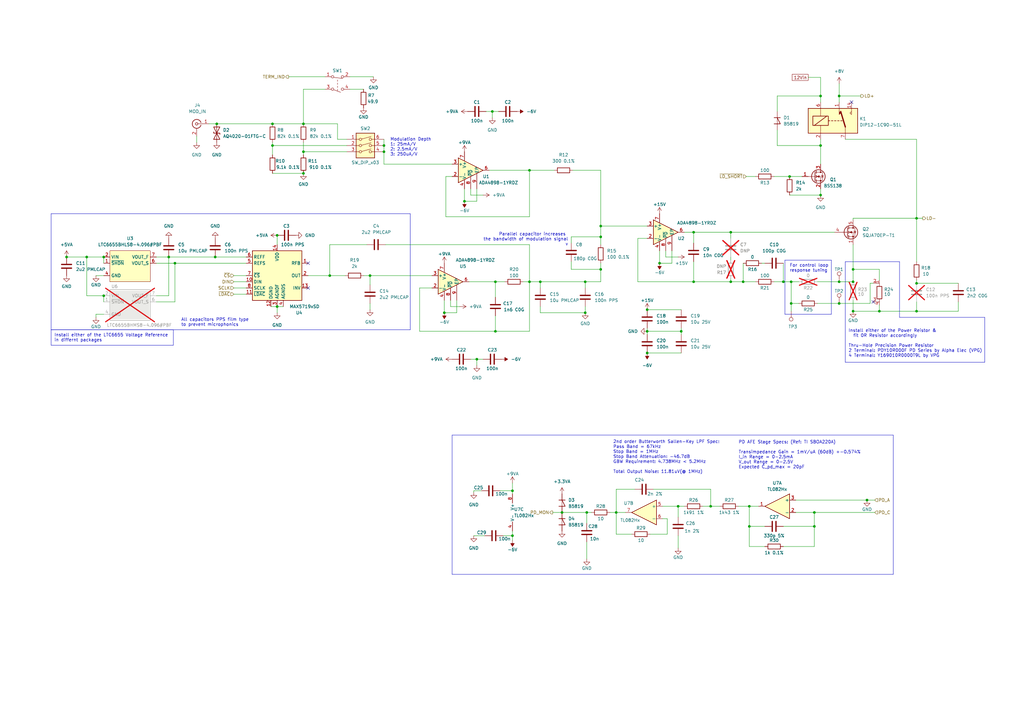
<source format=kicad_sch>
(kicad_sch (version 20230121) (generator eeschema)
  (paper "A3")
  (title_block (title "driveStage") (date "2023-11-27") (rev "r0_3") (company "M-Labs Limited") (comment 1 "Linus Woo Chun Kit"))
  (junction (at 270.51 107.95))
  (junction (at 124.46 71.12))
  (junction (at 217.17 69.85))
  (junction (at 265.43 135.89))
  (junction (at 203.2 115.57))
  (junction (at 324.485 124.46))
  (junction (at 113.665 96.52))
  (junction (at 360.68 127.635))
  (junction (at 375.92 89.535))
  (junction (at 334.01 210.185))
  (junction (at 210.185 201.295))
  (junction (at 88.9 50.8))
  (junction (at 201.93 45.72))
  (junction (at 240.03 115.57))
  (junction (at 344.17 115.57))
  (junction (at 195.58 147.32))
  (junction (at 299.72 115.57))
  (junction (at 265.43 127))
  (junction (at 252.73 210.185))
  (junction (at 349.885 115.57))
  (junction (at 182.245 128.27))
  (junction (at 124.46 50.8))
  (junction (at 336.55 39.37))
  (junction (at 355.6 205.105))
  (junction (at 217.17 115.57))
  (junction (at 307.34 207.645))
  (junction (at 221.615 115.57))
  (junction (at 334.01 215.9))
  (junction (at 190.5 82.55))
  (junction (at 324.485 115.57))
  (junction (at 35.56 105.41))
  (junction (at 42.545 121.285))
  (junction (at 69.215 105.41))
  (junction (at 135.255 113.03))
  (junction (at 336.55 80.01))
  (junction (at 349.885 110.49))
  (junction (at 299.72 95.25))
  (junction (at 284.48 95.25))
  (junction (at 111.76 50.8))
  (junction (at 157.48 62.23))
  (junction (at 88.265 105.41))
  (junction (at 151.765 113.03))
  (junction (at 279.4 135.89))
  (junction (at 210.185 219.71))
  (junction (at 246.38 110.49))
  (junction (at 246.38 92.71))
  (junction (at 42.545 105.41))
  (junction (at 71.755 107.95))
  (junction (at 349.885 127.635))
  (junction (at 265.43 144.78))
  (junction (at 291.465 207.645))
  (junction (at 278.13 207.645))
  (junction (at 240.03 128.27))
  (junction (at 111.76 59.69))
  (junction (at 307.34 215.9))
  (junction (at 336.55 59.69))
  (junction (at 246.38 97.155))
  (junction (at 344.17 39.37))
  (junction (at 230.505 210.185))
  (junction (at 304.8 115.57))
  (junction (at 203.2 135.89))
  (junction (at 124.46 62.23))
  (junction (at 113.665 125.73))
  (junction (at 375.92 127.635))
  (junction (at 157.48 59.69))
  (junction (at 344.17 124.46))
  (junction (at 375.92 116.205))
  (junction (at 240.665 210.185))
  (junction (at 284.48 115.57))
  (junction (at 27.305 105.41))
  (junction (at 323.85 72.39))
  (junction (at 321.31 115.57))
  (no_connect (at 358.14 123.825))
  (no_connect (at 349.25 41.91))
  (no_connect (at 126.365 118.11))
  (no_connect (at 126.365 107.95))
  (wire (pts (xy 151.765 124.46) (xy 151.765 127)))
  (wire (pts (xy 95.885 113.03) (xy 100.965 113.03)))
  (wire (pts (xy 360.68 114.935) (xy 360.68 110.49)))
  (wire (pts (xy 42.545 105.41) (xy 42.545 107.95)))
  (wire (pts (xy 323.85 72.39) (xy 328.93 72.39)))
  (wire (pts (xy 217.17 115.57) (xy 221.615 115.57)))
  (wire (pts (xy 259.08 219.075) (xy 252.73 219.075)))
  (wire (pts (xy 360.68 110.49) (xy 349.885 110.49)))
  (wire (pts (xy 111.76 71.12) (xy 124.46 71.12)))
  (wire (pts (xy 335.28 124.46) (xy 344.17 124.46)))
  (wire (pts (xy 334.01 210.185) (xy 358.775 210.185)))
  (wire (pts (xy 313.69 224.155) (xy 307.34 224.155)))
  (wire (pts (xy 234.315 107.315) (xy 234.315 110.49)))
  (wire (pts (xy 318.77 59.69) (xy 336.55 59.69)))
  (wire (pts (xy 324.485 127.635) (xy 324.485 124.46)))
  (wire (pts (xy 271.78 212.725) (xy 273.685 212.725)))
  (wire (pts (xy 240.03 115.57) (xy 246.38 115.57)))
  (wire (pts (xy 265.43 135.89) (xy 265.43 137.16)))
  (wire (pts (xy 349.885 90.17) (xy 349.885 89.535)))
  (wire (pts (xy 210.185 219.71) (xy 210.185 221.615)))
  (wire (pts (xy 42.545 121.285) (xy 35.56 121.285)))
  (wire (pts (xy 331.47 31.75) (xy 336.55 31.75)))
  (wire (pts (xy 240.665 210.185) (xy 242.57 210.185)))
  (wire (pts (xy 158.115 100.33) (xy 217.17 100.33)))
  (wire (pts (xy 138.43 57.15) (xy 142.24 57.15)))
  (wire (pts (xy 288.29 207.645) (xy 291.465 207.645)))
  (wire (pts (xy 80.645 58.42) (xy 80.645 55.88)))
  (wire (pts (xy 240.03 118.11) (xy 240.03 115.57)))
  (wire (pts (xy 284.48 95.25) (xy 284.48 99.695)))
  (wire (pts (xy 280.67 95.25) (xy 284.48 95.25)))
  (wire (pts (xy 184.785 125.73) (xy 188.595 125.73)))
  (wire (pts (xy 336.55 31.75) (xy 336.55 39.37)))
  (wire (pts (xy 349.885 127.635) (xy 349.885 123.19)))
  (wire (pts (xy 124.46 58.42) (xy 124.46 62.23)))
  (wire (pts (xy 246.38 107.95) (xy 246.38 110.49)))
  (wire (pts (xy 375.92 114.935) (xy 375.92 116.205)))
  (wire (pts (xy 299.72 95.25) (xy 342.265 95.25)))
  (wire (pts (xy 85.725 50.8) (xy 88.9 50.8)))
  (polyline (pts (xy 321.945 128.905) (xy 340.995 128.905)))
  (wire (pts (xy 95.885 118.11) (xy 100.965 118.11)))
  (wire (pts (xy 234.315 110.49) (xy 246.38 110.49)))
  (wire (pts (xy 349.885 110.49) (xy 349.885 115.57)))
  (wire (pts (xy 252.73 200.66) (xy 252.73 210.185)))
  (wire (pts (xy 35.56 105.41) (xy 42.545 105.41)))
  (wire (pts (xy 157.48 59.69) (xy 157.48 62.23)))
  (wire (pts (xy 206.375 219.71) (xy 210.185 219.71)))
  (wire (pts (xy 273.05 105.41) (xy 278.13 105.41)))
  (wire (pts (xy 234.315 97.155) (xy 246.38 97.155)))
  (polyline (pts (xy 321.945 106.68) (xy 340.995 106.68)))
  (wire (pts (xy 318.77 53.34) (xy 318.77 59.69)))
  (wire (pts (xy 157.48 57.15) (xy 157.48 59.69)))
  (wire (pts (xy 299.72 105.41) (xy 299.72 106.68)))
  (wire (pts (xy 95.885 115.57) (xy 100.965 115.57)))
  (wire (pts (xy 356.87 116.205) (xy 358.14 116.205)))
  (wire (pts (xy 111.76 58.42) (xy 111.76 59.69)))
  (wire (pts (xy 200.66 69.85) (xy 217.17 69.85)))
  (polyline (pts (xy 346.71 107.315) (xy 346.71 148.59)))
  (wire (pts (xy 201.93 45.72) (xy 201.93 48.26)))
  (wire (pts (xy 326.39 210.185) (xy 334.01 210.185)))
  (wire (pts (xy 306.07 72.39) (xy 309.88 72.39)))
  (wire (pts (xy 221.615 115.57) (xy 240.03 115.57)))
  (wire (pts (xy 267.97 200.66) (xy 291.465 200.66)))
  (wire (pts (xy 349.885 127.635) (xy 360.68 127.635)))
  (wire (pts (xy 217.17 88.9) (xy 217.17 69.85)))
  (wire (pts (xy 39.37 113.03) (xy 42.545 113.03)))
  (wire (pts (xy 210.185 198.12) (xy 210.185 201.295)))
  (wire (pts (xy 252.73 210.185) (xy 256.54 210.185)))
  (wire (pts (xy 138.43 50.8) (xy 138.43 57.15)))
  (wire (pts (xy 151.765 113.03) (xy 177.165 113.03)))
  (wire (pts (xy 157.48 62.23) (xy 157.48 67.31)))
  (wire (pts (xy 203.2 135.89) (xy 217.17 135.89)))
  (wire (pts (xy 149.225 113.03) (xy 151.765 113.03)))
  (wire (pts (xy 349.885 100.33) (xy 349.885 110.49)))
  (wire (pts (xy 299.72 95.25) (xy 299.72 97.79)))
  (wire (pts (xy 217.17 135.89) (xy 217.17 115.57)))
  (wire (pts (xy 375.92 89.535) (xy 349.885 89.535)))
  (wire (pts (xy 240.03 128.27) (xy 240.03 125.73)))
  (wire (pts (xy 64.135 107.95) (xy 71.755 107.95)))
  (wire (pts (xy 360.68 125.095) (xy 360.68 127.635)))
  (wire (pts (xy 336.55 57.15) (xy 336.55 59.69)))
  (wire (pts (xy 124.46 62.23) (xy 142.24 62.23)))
  (wire (pts (xy 214.63 115.57) (xy 217.17 115.57)))
  (wire (pts (xy 278.13 212.09) (xy 278.13 207.645)))
  (wire (pts (xy 279.4 135.89) (xy 265.43 135.89)))
  (wire (pts (xy 375.92 127.635) (xy 375.92 123.825)))
  (wire (pts (xy 201.93 45.72) (xy 204.47 45.72)))
  (wire (pts (xy 324.485 115.57) (xy 324.485 124.46)))
  (wire (pts (xy 172.085 118.11) (xy 172.085 135.89)))
  (wire (pts (xy 307.34 215.9) (xy 307.34 224.155)))
  (wire (pts (xy 195.58 82.55) (xy 195.58 77.47)))
  (wire (pts (xy 190.5 77.47) (xy 190.5 82.55)))
  (wire (pts (xy 187.325 128.27) (xy 187.325 123.19)))
  (wire (pts (xy 291.465 200.66) (xy 291.465 207.645)))
  (wire (pts (xy 135.255 100.33) (xy 135.255 113.03)))
  (wire (pts (xy 39.37 128.905) (xy 39.37 130.175)))
  (wire (pts (xy 150.495 100.33) (xy 135.255 100.33)))
  (polyline (pts (xy 20.955 87.63) (xy 168.275 87.63)))
  (wire (pts (xy 284.48 115.57) (xy 261.62 115.57)))
  (wire (pts (xy 266.7 219.075) (xy 273.685 219.075)))
  (wire (pts (xy 271.78 207.645) (xy 278.13 207.645)))
  (wire (pts (xy 71.755 107.95) (xy 100.965 107.95)))
  (wire (pts (xy 195.58 147.32) (xy 198.12 147.32)))
  (wire (pts (xy 88.9 50.8) (xy 111.76 50.8)))
  (wire (pts (xy 246.38 97.155) (xy 246.38 100.33)))
  (wire (pts (xy 304.8 107.95) (xy 304.8 115.57)))
  (wire (pts (xy 193.04 77.47) (xy 193.04 80.01)))
  (wire (pts (xy 111.76 50.8) (xy 124.46 50.8)))
  (polyline (pts (xy 368.935 130.175) (xy 368.935 107.315)))
  (wire (pts (xy 336.55 39.37) (xy 336.55 41.91)))
  (wire (pts (xy 190.5 82.55) (xy 195.58 82.55)))
  (wire (pts (xy 193.04 147.32) (xy 195.58 147.32)))
  (wire (pts (xy 326.39 205.105) (xy 355.6 205.105)))
  (wire (pts (xy 321.31 115.57) (xy 324.485 115.57)))
  (wire (pts (xy 240.665 222.25) (xy 240.665 229.235)))
  (wire (pts (xy 246.38 69.85) (xy 246.38 92.71)))
  (wire (pts (xy 270.51 107.95) (xy 275.59 107.95)))
  (wire (pts (xy 199.39 45.72) (xy 201.93 45.72)))
  (wire (pts (xy 344.17 39.37) (xy 344.17 41.91)))
  (wire (pts (xy 185.42 72.39) (xy 182.88 72.39)))
  (wire (pts (xy 35.56 121.285) (xy 35.56 105.41)))
  (wire (pts (xy 230.505 210.185) (xy 240.665 210.185)))
  (polyline (pts (xy 340.995 128.905) (xy 340.995 106.68)))
  (wire (pts (xy 143.51 31.496) (xy 153.162 31.496)))
  (wire (pts (xy 172.085 135.89) (xy 203.2 135.89)))
  (wire (pts (xy 184.785 123.19) (xy 184.785 125.73)))
  (wire (pts (xy 126.365 113.03) (xy 135.255 113.03)))
  (wire (pts (xy 393.065 127.635) (xy 393.065 123.825)))
  (wire (pts (xy 324.485 115.57) (xy 327.66 115.57)))
  (wire (pts (xy 124.46 36.576) (xy 124.46 50.8)))
  (wire (pts (xy 291.465 207.645) (xy 295.275 207.645)))
  (wire (pts (xy 317.5 115.57) (xy 321.31 115.57)))
  (wire (pts (xy 375.92 57.15) (xy 346.71 57.15)))
  (wire (pts (xy 250.19 210.185) (xy 252.73 210.185)))
  (wire (pts (xy 334.01 210.185) (xy 334.01 215.9)))
  (wire (pts (xy 143.51 36.576) (xy 149.098 36.576)))
  (wire (pts (xy 42.545 128.905) (xy 39.37 128.905)))
  (wire (pts (xy 234.95 69.85) (xy 246.38 69.85)))
  (wire (pts (xy 360.68 127.635) (xy 375.92 127.635)))
  (wire (pts (xy 344.17 115.57) (xy 349.885 115.57)))
  (wire (pts (xy 278.13 224.79) (xy 278.13 219.71)))
  (wire (pts (xy 27.305 105.41) (xy 35.56 105.41)))
  (wire (pts (xy 64.135 121.285) (xy 69.215 121.285)))
  (wire (pts (xy 378.46 89.535) (xy 375.92 89.535)))
  (wire (pts (xy 318.77 39.37) (xy 336.55 39.37)))
  (wire (pts (xy 302.895 207.645) (xy 307.34 207.645)))
  (wire (pts (xy 182.245 128.27) (xy 187.325 128.27)))
  (wire (pts (xy 124.46 62.23) (xy 124.46 63.5)))
  (wire (pts (xy 284.48 95.25) (xy 299.72 95.25)))
  (wire (pts (xy 270.51 102.87) (xy 270.51 107.95)))
  (polyline (pts (xy 20.955 87.63) (xy 20.955 135.255)))
  (wire (pts (xy 111.76 59.69) (xy 142.24 59.69)))
  (wire (pts (xy 375.92 116.205) (xy 393.065 116.205)))
  (wire (pts (xy 252.73 210.185) (xy 252.73 219.075)))
  (wire (pts (xy 261.62 115.57) (xy 261.62 97.79)))
  (wire (pts (xy 113.665 96.52) (xy 113.665 100.33)))
  (wire (pts (xy 273.685 212.725) (xy 273.685 219.075)))
  (wire (pts (xy 273.05 102.87) (xy 273.05 105.41)))
  (wire (pts (xy 157.48 67.31) (xy 185.42 67.31)))
  (wire (pts (xy 226.695 210.185) (xy 230.505 210.185)))
  (polyline (pts (xy 403.86 130.175) (xy 368.935 130.175)))
  (polyline (pts (xy 321.945 106.68) (xy 321.945 128.905)))
  (wire (pts (xy 217.17 69.85) (xy 227.33 69.85)))
  (wire (pts (xy 336.55 59.69) (xy 336.55 67.31)))
  (wire (pts (xy 321.31 224.155) (xy 334.01 224.155)))
  (wire (pts (xy 304.8 115.57) (xy 309.88 115.57)))
  (wire (pts (xy 194.31 201.93) (xy 194.31 201.295)))
  (wire (pts (xy 344.17 39.37) (xy 353.06 39.37)))
  (wire (pts (xy 284.48 115.57) (xy 299.72 115.57)))
  (wire (pts (xy 42.545 121.285) (xy 42.545 123.825)))
  (wire (pts (xy 64.135 123.825) (xy 71.755 123.825)))
  (wire (pts (xy 307.34 207.645) (xy 311.15 207.645)))
  (wire (pts (xy 182.88 88.9) (xy 217.17 88.9)))
  (wire (pts (xy 111.125 125.73) (xy 113.665 125.73)))
  (wire (pts (xy 246.38 92.71) (xy 265.43 92.71)))
  (wire (pts (xy 375.92 89.535) (xy 375.92 107.315)))
  (wire (pts (xy 95.885 120.65) (xy 100.965 120.65)))
  (wire (pts (xy 318.77 45.72) (xy 318.77 39.37)))
  (wire (pts (xy 135.255 113.03) (xy 141.605 113.03)))
  (wire (pts (xy 356.87 116.205) (xy 356.87 124.46)))
  (wire (pts (xy 375.92 127.635) (xy 393.065 127.635)))
  (wire (pts (xy 193.04 80.01) (xy 198.12 80.01)))
  (wire (pts (xy 246.38 92.71) (xy 246.38 97.155)))
  (polyline (pts (xy 20.955 135.255) (xy 168.275 135.255)))
  (wire (pts (xy 210.185 201.295) (xy 210.185 202.565)))
  (wire (pts (xy 194.31 201.295) (xy 197.485 201.295)))
  (wire (pts (xy 221.615 125.73) (xy 221.615 128.27)))
  (wire (pts (xy 299.72 114.3) (xy 299.72 115.57)))
  (wire (pts (xy 375.92 57.15) (xy 375.92 89.535)))
  (wire (pts (xy 71.755 123.825) (xy 71.755 107.95)))
  (wire (pts (xy 182.245 123.19) (xy 182.245 128.27)))
  (wire (pts (xy 221.615 118.11) (xy 221.615 115.57)))
  (wire (pts (xy 133.35 36.576) (xy 124.46 36.576)))
  (wire (pts (xy 321.31 107.95) (xy 321.31 115.57)))
  (wire (pts (xy 203.2 129.54) (xy 203.2 135.89)))
  (wire (pts (xy 205.105 201.295) (xy 210.185 201.295)))
  (wire (pts (xy 279.4 134.62) (xy 279.4 135.89)))
  (wire (pts (xy 69.215 105.41) (xy 88.265 105.41)))
  (wire (pts (xy 344.17 34.29) (xy 344.17 39.37)))
  (wire (pts (xy 312.42 107.95) (xy 313.69 107.95)))
  (wire (pts (xy 246.38 110.49) (xy 246.38 115.57)))
  (wire (pts (xy 69.215 121.285) (xy 69.215 105.41)))
  (wire (pts (xy 324.485 124.46) (xy 327.66 124.46)))
  (wire (pts (xy 323.85 80.01) (xy 336.55 80.01)))
  (wire (pts (xy 111.76 59.69) (xy 111.76 63.5)))
  (wire (pts (xy 335.28 115.57) (xy 344.17 115.57)))
  (wire (pts (xy 113.665 125.73) (xy 113.665 128.27)))
  (wire (pts (xy 217.17 100.33) (xy 217.17 115.57)))
  (wire (pts (xy 279.4 135.89) (xy 279.4 137.16)))
  (wire (pts (xy 210.185 217.805) (xy 210.185 219.71)))
  (wire (pts (xy 151.765 113.03) (xy 151.765 116.84)))
  (wire (pts (xy 124.46 50.8) (xy 138.43 50.8)))
  (wire (pts (xy 355.6 205.105) (xy 358.775 205.105)))
  (wire (pts (xy 203.2 115.57) (xy 207.01 115.57)))
  (wire (pts (xy 240.665 214.63) (xy 240.665 210.185)))
  (wire (pts (xy 336.55 77.47) (xy 336.55 80.01)))
  (wire (pts (xy 321.31 215.9) (xy 334.01 215.9)))
  (wire (pts (xy 307.34 207.645) (xy 307.34 215.9)))
  (wire (pts (xy 317.5 72.39) (xy 323.85 72.39)))
  (wire (pts (xy 177.165 118.11) (xy 172.085 118.11)))
  (wire (pts (xy 194.31 219.71) (xy 198.755 219.71)))
  (wire (pts (xy 265.43 134.62) (xy 265.43 135.89)))
  (wire (pts (xy 221.615 128.27) (xy 240.03 128.27)))
  (wire (pts (xy 265.43 127) (xy 279.4 127)))
  (wire (pts (xy 260.35 200.66) (xy 252.73 200.66)))
  (polyline (pts (xy 346.71 148.59) (xy 403.86 148.59)))
  (wire (pts (xy 203.2 115.57) (xy 203.2 121.92)))
  (wire (pts (xy 265.43 144.78) (xy 279.4 144.78)))
  (wire (pts (xy 278.13 207.645) (xy 280.67 207.645)))
  (wire (pts (xy 192.405 115.57) (xy 203.2 115.57)))
  (wire (pts (xy 64.135 105.41) (xy 69.215 105.41)))
  (wire (pts (xy 344.17 124.46) (xy 356.87 124.46)))
  (wire (pts (xy 118.364 31.496) (xy 133.35 31.496)))
  (wire (pts (xy 275.59 107.95) (xy 275.59 102.87)))
  (wire (pts (xy 284.48 107.315) (xy 284.48 115.57)))
  (wire (pts (xy 195.58 147.32) (xy 195.58 149.86)))
  (wire (pts (xy 299.72 115.57) (xy 304.8 115.57)))
  (polyline (pts (xy 168.275 135.255) (xy 168.275 87.63)))
  (wire (pts (xy 88.265 105.41) (xy 100.965 105.41)))
  (polyline (pts (xy 403.86 148.59) (xy 403.86 130.175)))
  (wire (pts (xy 234.315 99.695) (xy 234.315 97.155)))
  (polyline (pts (xy 346.71 107.315) (xy 368.935 107.315)))
  (wire (pts (xy 113.665 125.73) (xy 116.205 125.73)))
  (wire (pts (xy 182.88 72.39) (xy 182.88 88.9)))
  (wire (pts (xy 261.62 97.79) (xy 265.43 97.79)))
  (wire (pts (xy 334.01 215.9) (xy 334.01 224.155)))
  (wire (pts (xy 313.69 215.9) (xy 307.34 215.9)))
  (rectangle (start 185.42 178.435) (end 366.395 235.585))
  (rectangle (start 20.955 135.255) (end 71.12 141.605))
  (text "All capacitors PPS film type\nto prevent microphonics " (at 74.295 133.985 0) (effects (font (size 1.27 1.27)) (justify left bottom)))
  (text "For control loop\nresponse tuning" (at 323.85 111.76 0) (effects (font (size 1.27 1.27)) (justify left bottom)))
  (text "Install either of the LTC6655 Voltage Reference\nin differnt packages" (at 22.225 140.335 0) (effects (font (size 1.27 1.27)) (justify left bottom)))
  (text "Install either of the Power Reistor & \n  fit 0R Resistor accordingly\n\nThru-Hole Precision Power Resistor\n2 Terminal: PDY10R000F PD Series by Alpha Elec (VPG)\n4 Terminal: Y169010R0000T9L by VPG" (at 347.98 146.685 0) (effects (font (size 1.27 1.27)) (justify left bottom)))
  (text "PD AFE Stage Specs: (Ref: TI SBOA220A)\n\nTransimpedance Gain = 1mV/uA (60dB) +-0.574%\nI_in Range = 0-2.5mA\nV_out Range = 0-2.5V\nExpected C_pd_max = 20pF" (at 302.895 192.405 0) (effects (font (size 1.27 1.27)) (justify left bottom)))
  (text "Modulation Depth\n1: 25mA/V\n2: 2.5mA/V\n3: 250uA/V" (at 160.02 64.135 0) (effects (font (size 1.27 1.27)) (justify left bottom)))
  (text "\n2nd order Butterworth Sallen-Key LPF Spec:\nPass Band = 67kHz\nStop Band = 1MHz\nStop Band Attenuation: -46.7dB\nGBW Requirement: 4.738MHz < 5.2MHz\n\nTotal Output Noise: 11.81uV(@ 1MHz)" (at 251.46 194.31 0) (effects (font (size 1.27 1.27)) (justify left bottom)))
  (text "Parallel capacitor increases \nthe bandwidth of modulation signal\nv" (at 233.045 100.965 0) (effects (font (size 1.27 1.27)) (justify right bottom)))
  (global_label "12Vin" (shape passive) (at 331.47 31.75 180) (property "Intersheetrefs" "${INTERSHEET_REFS}" (effects hide)))
  (hierarchical_label "PD_MON" (shape output) (at 226.695 210.185 180))
  (hierarchical_label "PD_C" (shape input) (at 358.775 210.185 0))
  (hierarchical_label "TERM_IND" (shape output) (at 118.364 31.496 180))
  (hierarchical_label "~{LDAC}" (shape input) (at 95.885 120.65 180))
  (hierarchical_label "~{LD_SHORT}" (shape input) (at 306.07 72.39 180))
  (hierarchical_label "LD+" (shape output) (at 353.06 39.37 0))
  (hierarchical_label "PD_A" (shape input) (at 358.775 205.105 0))
  (hierarchical_label "SCLK" (shape input) (at 95.885 118.11 180))
  (hierarchical_label "DIN" (shape input) (at 95.885 115.57 180))
  (hierarchical_label "LD-" (shape output) (at 378.46 89.535 0))
  (hierarchical_label "~{CS}" (shape input) (at 95.885 113.03 180))
  (symbol (lib_id "Connector:TestPoint") (at 344.17 115.57 0) (unit 1) (in_bom no)
    (property "Reference" "TP1" (at 342.265 110.49 0) (effects (justify left)))
    (property "Value" "TestPoint" (effects hide))
    (property "Footprint" "TestPoint:TestPoint_Pad_1.0x1.0mm" (effects hide))
  )
  (symbol (lib_id "Device:R") (at 299.72 110.49 180) (unit 1) (dnp yes)
    (property "Reference" "R17" (at 295.91 111.76 0))
    (property "Value" "DNP" (at 295.91 109.22 0))
    (property "Footprint" "Resistor_SMD:R_0603_1608Metric" (effects hide))
  )
  (symbol (lib_id "kirdy:R_Y169010R0000T9L") (at 360.68 120.015 0) (mirror y) (unit 1)
    (property "Reference" "R24" (at 362.585 118.745 0) (effects (justify right)))
    (property "Value" "10" (at 362.585 120.65 0) (effects (justify right)))
    (property "Footprint" "Package_TO_SOT_THT:TO-220F-4_Horizontal_TabDown" (effects hide))
    (property "Datasheet" "https://www.mouser.hk/datasheet/2/428/vpr22021-3247675.pdf" (effects hide))
    (property "MFR_PN" "Y169010R0000T9L" (effects hide))
    (property "Comment" " See schematics for Instruction if part is not available" (effects hide))
  )
  (symbol (lib_id "Device:R") (at 284.48 207.645 90) (unit 1)
    (property "Reference" "R26" (at 284.48 205.105 90))
    (property "Value" "1k91 1%" (at 284.48 210.185 90))
    (property "Footprint" "Resistor_SMD:R_0603_1608Metric" (effects hide))
    (property "MFR_PN" "ERJ-3EKF1911V" (effects hide))
  )
  (symbol (lib_id "Device:C") (at 264.16 200.66 270) (unit 1)
    (property "Reference" "C24" (at 262.255 196.85 90))
    (property "Value" "2n 2%" (at 268.605 202.565 90))
    (property "Footprint" "Capacitor_SMD:C_0603_1608Metric" (effects hide))
    (property "MFR_PN" "GCM1885C1H202GA16D" (effects hide))
  )
  (symbol (lib_id "power:GND") (at 39.37 130.175 0) (mirror y) (unit 1)
    (property "Reference" "#PWR042" (effects hide))
    (property "Value" "GND" (at 39.37 133.985 0))
  )
  (symbol (lib_id "Device:R") (at 323.85 76.2 180) (unit 1)
    (property "Reference" "R14" (at 326.39 74.9299 0) (effects (justify right)))
    (property "Value" "2k" (at 326.39 77.4699 0) (effects (justify right)))
    (property "Footprint" "Resistor_SMD:R_0603_1608Metric" (effects hide))
    (property "MFR_PN" "RC0603FR-072KL" (effects hide))
    (property "MFR_PN_ALT" "ERJ-3EKF2001V" (effects hide))
  )
  (symbol (lib_id "power:GND") (at 336.55 80.01 0) (unit 1)
    (property "Reference" "#PWR022" (effects hide))
    (property "Value" "GND" (at 336.55 85.09 0))
  )
  (symbol (lib_id "power:-6V") (at 212.09 45.72 270) (unit 1)
    (property "Reference" "#PWR015" (effects hide))
    (property "Value" "-6V" (at 215.9 45.7199 90) (effects (justify left)))
  )
  (symbol (lib_id "Device:C") (at 154.305 100.33 90) (unit 1)
    (property "Reference" "C4" (at 154.305 92.71 90))
    (property "Value" "2u2 PMLCAP" (at 154.305 95.25 90))
    (property "Footprint" "Capacitor_SMD:C_1812_4532Metric" (effects hide))
    (property "MFR_PN" "35MU225MC14532" (effects hide))
  )
  (symbol (lib_id "kirdy:LTC6655") (at 52.705 126.365 0) (unit 1) (dnp yes)
    (property "Reference" "U6" (at 46.99 117.475 0))
    (property "Value" "LTC6655BHMS8-4.096#PBF" (at 57.15 133.35 0))
    (property "Footprint" "kirdy:SOP65P490X110-8N" (effects hide))
    (property "Datasheet" "https://www.analog.com/media/en/technical-documentation/data-sheets/ltc6655-6655ln.pdf" (effects hide))
    (property "MFR_PN" "LTC6655BHMS8-4.096#PBF" (effects hide))
    (property "Comment" " See schematics for Instruction if part is not available" (effects hide))
  )
  (symbol (lib_id "power:+15V") (at 265.43 127 0) (unit 1)
    (property "Reference" "#PWR037" (effects hide))
    (property "Value" "+15V" (at 265.43 123.19 0))
  )
  (symbol (lib_id "Device:R") (at 331.47 115.57 90) (unit 1) (dnp yes)
    (property "Reference" "R22" (at 331.47 118.11 90))
    (property "Value" "0" (at 331.47 113.03 90))
    (property "Footprint" "Resistor_SMD:R_0603_1608Metric" (effects hide))
    (property "MFR_PN" "RMCF0603ZT0R00" (effects hide))
    (property "MFR_PN_ALT" "CR0603-J/-000ELF" (effects hide))
  )
  (symbol (lib_id "power:-6V") (at 205.74 147.32 270) (unit 1)
    (property "Reference" "#PWR046" (effects hide))
    (property "Value" "-6V" (at 209.55 147.3199 90) (effects (justify left)))
  )
  (symbol (lib_id "Device:D_Shockley") (at 230.505 206.375 270) (unit 1)
    (property "Reference" "D3" (at 233.045 205.1049 90) (effects (justify left)))
    (property "Value" "B5819" (at 233.045 207.6449 90) (effects (justify left)))
    (property "Footprint" "Diode_SMD:D_SOD-323" (effects hide))
    (property "MFR_PN" "B5819WS-TP" (effects hide))
  )
  (symbol (lib_id "power:GND") (at 194.31 201.93 0) (unit 1)
    (property "Reference" "#PWR049" (effects hide))
    (property "Value" "GND" (at 194.31 207.01 0))
  )
  (symbol (lib_id "Device:C") (at 208.28 45.72 90) (unit 1)
    (property "Reference" "C2" (at 208.28 41.91 90))
    (property "Value" "100n" (at 208.28 49.53 90))
    (property "Footprint" "Capacitor_SMD:C_0603_1608Metric" (effects hide))
    (property "MFR_PN" "CL10B104KB8NNWC" (effects hide))
    (property "MFR_PN_ALT" "CL10B104KB8NNNL" (effects hide))
  )
  (symbol (lib_id "power:GND") (at 39.37 113.03 0) (mirror y) (unit 1)
    (property "Reference" "#PWR034" (effects hide))
    (property "Value" "GND" (at 39.37 116.84 0))
  )
  (symbol (lib_id "Device:R") (at 349.885 119.38 0) (mirror x) (unit 1) (dnp yes)
    (property "Reference" "R23" (at 351.79 118.745 0) (effects (justify left)))
    (property "Value" "10" (at 351.79 120.65 0) (effects (justify left)))
    (property "Footprint" "Package_TO_SOT_THT:TO-220-2_Horizontal_TabDown" (effects hide))
    (property "Datasheet" "https://www.alpha-elec.co.jp/w2img/2022100715510167015-PD(EN)_final_10Jan2018.pdf" (effects hide))
    (property "MFR_PN" "PDY10R000F" (effects hide))
    (property "Comment" " See schematics for Instruction if part is not available" (effects hide))
  )
  (symbol (lib_id "Relay:DIPxx-1Cxx-51x") (at 341.63 49.53 0) (unit 1)
    (property "Reference" "K1" (at 352.552 48.6953 0) (effects (justify left)))
    (property "Value" "DIP12-1C90-51L" (at 352.552 51.2322 0) (effects (justify left)))
    (property "Footprint" "Relay_THT:Relay_StandexMeder_DIP_LowProfile" (effects hide))
    (property "Datasheet" "https://standexelectronics.com/wp-content/uploads/datasheet_reed_relay_DIP.pdf" (effects hide))
    (property "MFR_PN" "DIP12-1C90-51L" (effects hide))
  )
  (symbol (lib_id "Device:C") (at 278.13 215.9 180) (unit 1)
    (property "Reference" "C26" (at 283.21 214.63 0))
    (property "Value" "1n 2%" (at 283.845 217.805 0))
    (property "Footprint" "Capacitor_SMD:C_0603_1608Metric" (effects hide))
    (property "MFR_PN" "0603N102G250CT" (effects hide))
  )
  (symbol (lib_id "power:+5VA") (at 27.305 105.41 0) (unit 1)
    (property "Reference" "#PWR029" (effects hide))
    (property "Value" "+5VA" (at 27.305 100.33 0))
  )
  (symbol (lib_id "Device:C") (at 279.4 140.97 0) (unit 1)
    (property "Reference" "C21" (at 283.21 139.7 0) (effects (justify left)))
    (property "Value" "10u 25V" (at 283.21 142.24 0) (effects (justify left)))
    (property "Footprint" "Capacitor_SMD:C_0805_2012Metric" (effects hide))
    (property "MFR_PN" "GRM21BZ71E106KE15K" (effects hide))
    (property "MFR_PN_ALT" "GRM21BZ71E106KE15L" (effects hide))
  )
  (symbol (lib_id "Device:C") (at 69.215 101.6 0) (unit 1)
    (property "Reference" "C5" (at 73.025 100.33 0) (effects (justify left)))
    (property "Value" "10u PMLCAP" (at 73.025 102.87 0) (effects (justify left)))
    (property "Footprint" "Capacitor_SMD:C_1812_4532Metric" (effects hide))
    (property "MFR_PN" "16MU106MC44532" (effects hide))
  )
  (symbol (lib_id "Connector:TestPoint") (at 324.485 127.635 180) (unit 1) (in_bom no)
    (property "Reference" "TP3" (at 327.025 133.985 0) (effects (justify left)))
    (property "Value" "TestPoint" (effects hide))
    (property "Footprint" "TestPoint:TestPoint_Pad_1.0x1.0mm" (effects hide))
  )
  (symbol (lib_id "Device:C") (at 299.72 101.6 0) (unit 1) (dnp yes)
    (property "Reference" "C7" (at 303.53 100.3299 0) (effects (justify left)))
    (property "Value" "DNP" (at 303.53 102.8699 0) (effects (justify left)))
    (property "Footprint" "Capacitor_SMD:C_0603_1608Metric" (effects hide))
  )
  (symbol (lib_id "Device:R") (at 313.69 115.57 90) (unit 1)
    (property "Reference" "R21" (at 313.69 118.11 90))
    (property "Value" "100" (at 313.69 113.03 90))
    (property "Footprint" "Resistor_SMD:R_0603_1608Metric" (effects hide))
    (property "MFR_PN" "WR06X1000FTL" (effects hide))
    (property "MFR_PN_ALT" "RMCF0603FT100R" (effects hide))
  )
  (symbol (lib_id "Device:R") (at 375.92 111.125 180) (unit 1)
    (property "Reference" "R18" (at 379.73 109.855 0))
    (property "Value" "10" (at 379.73 112.395 0))
    (property "Footprint" "Resistor_SMD:R_0603_1608Metric" (effects hide))
    (property "MFR_PN" "RT0603BRD0710RL" (effects hide))
    (property "MFR_PN_ALT" "WR06X10R0FTL" (effects hide))
  )
  (symbol (lib_id "power:GND") (at 113.665 128.27 0) (unit 1)
    (property "Reference" "#PWR039" (effects hide))
    (property "Value" "GND" (at 113.665 133.35 0))
  )
  (symbol (lib_id "Amplifier_Operational:ADA4898-1YRDZ") (at 273.05 95.25 0) (unit 1)
    (property "Reference" "U2" (at 279.4 97.79 0))
    (property "Value" "ADA4898-1YRDZ" (at 285.75 91.44 0))
    (property "Footprint" "Package_SO:SOIC-8-1EP_3.9x4.9mm_P1.27mm_EP2.29x3mm" (effects hide))
    (property "Datasheet" "https://www.analog.com/media/en/technical-documentation/data-sheets/ada4898-1_4898-2.pdf" (effects hide))
    (property "MFR_PN" "ADA4898-1YRDZ" (effects hide))
  )
  (symbol (lib_id "Device:C") (at 284.48 103.505 0) (unit 1)
    (property "Reference" "C9" (at 288.29 102.2349 0) (effects (justify left)))
    (property "Value" "10n C0G" (at 288.29 104.7749 0) (effects (justify left)))
    (property "Footprint" "Capacitor_SMD:C_0603_1608Metric" (effects hide))
    (property "MFR_PN" "GRM1885C1H103JA01J" (effects hide))
  )
  (symbol (lib_id "power:GND") (at 278.13 224.79 0) (unit 1)
    (property "Reference" "#PWR055" (effects hide))
    (property "Value" "GND" (at 278.13 228.6 0))
  )
  (symbol (lib_id "Device:C") (at 375.92 120.015 0) (unit 1) (dnp yes)
    (property "Reference" "C12" (at 379.73 118.7449 0) (effects (justify left)))
    (property "Value" "100n PPS" (at 379.73 121.2849 0) (effects (justify left)))
    (property "Footprint" "Capacitor_SMD:C_1210_3225Metric" (effects hide))
    (property "MFR_PN" "ECH-U1C104JX5" (effects hide))
  )
  (symbol (lib_id "Device:R") (at 246.38 104.14 180) (unit 1)
    (property "Reference" "R15" (at 248.92 102.87 0) (effects (justify right)))
    (property "Value" "100 0.1%" (at 248.92 105.41 0) (effects (justify right)))
    (property "Footprint" "Resistor_SMD:R_0603_1608Metric" (effects hide))
    (property "MFR_PN" "RN73R1JTTD1000B25" (effects hide))
  )
  (symbol (lib_id "power:GND") (at 121.285 96.52 90) (unit 1)
    (property "Reference" "#PWR026" (effects hide))
    (property "Value" "GND" (at 125.095 96.5199 90) (effects (justify right)))
  )
  (symbol (lib_id "Device:R") (at 111.76 67.31 180) (unit 1)
    (property "Reference" "R10" (at 114.935 66.04 0))
    (property "Value" "9.1k 0.1%" (at 118.11 68.58 0))
    (property "Footprint" "Resistor_SMD:R_0603_1608Metric" (effects hide))
    (property "MFR_PN" "ERA-3AEB912V" (effects hide))
  )
  (symbol (lib_id "power:GND") (at 149.098 44.196 0) (unit 1)
    (property "Reference" "#PWR013" (effects hide))
    (property "Value" "GND" (at 149.098 48.006 0))
  )
  (symbol (lib_id "power:GND") (at 27.305 113.03 0) (unit 1)
    (property "Reference" "#PWR033" (effects hide))
    (property "Value" "GND" (at 27.305 117.475 0))
  )
  (symbol (lib_id "power:GND") (at 69.215 97.79 180) (unit 1)
    (property "Reference" "#PWR027" (effects hide))
    (property "Value" "GND" (at 69.215 92.71 0))
  )
  (symbol (lib_id "power:-6V") (at 210.185 221.615 180) (unit 1)
    (property "Reference" "#PWR054" (effects hide))
    (property "Value" "-6V" (at 210.185 225.425 0))
  )
  (symbol (lib_id "Device:R") (at 149.098 40.386 180) (unit 1)
    (property "Reference" "R7" (at 152.273 39.116 0))
    (property "Value" "49.9" (at 152.908 41.656 0))
    (property "Footprint" "Resistor_SMD:R_0603_1608Metric" (effects hide))
    (property "MFR_PN" "RT0603DRE0749R9L" (effects hide))
  )
  (symbol (lib_id "Device:C") (at 221.615 121.92 0) (unit 1)
    (property "Reference" "C15" (at 225.425 120.65 0) (effects (justify left)))
    (property "Value" "10u PMLCAP" (at 225.425 123.19 0) (effects (justify left)))
    (property "Footprint" "Capacitor_SMD:C_1812_4532Metric" (effects hide))
    (property "MFR_PN" "16MU106MC44532" (effects hide))
  )
  (symbol (lib_id "Device:R") (at 262.89 219.075 90) (unit 1)
    (property "Reference" "R29" (at 262.89 216.535 90))
    (property "Value" "10" (at 262.89 221.615 90))
    (property "Footprint" "Resistor_SMD:R_0603_1608Metric" (effects hide))
    (property "MFR_PN" "RT0603BRD0710RL" (effects hide))
    (property "MFR_PN_ALT" "WR06X10R0FTL" (effects hide))
  )
  (symbol (lib_id "Amplifier_Operational:ADA4898-1YRDZ") (at 184.785 115.57 0) (unit 1)
    (property "Reference" "U5" (at 189.865 109.22 0))
    (property "Value" "ADA4898-1YRDZ" (at 194.945 106.68 0))
    (property "Footprint" "Package_SO:SOIC-8-1EP_3.9x4.9mm_P1.27mm_EP2.29x3mm" (effects hide))
    (property "Datasheet" "https://www.analog.com/media/en/technical-documentation/data-sheets/ada4898-1_4898-2.pdf" (effects hide))
    (property "MFR_PN" "ADA4898-1YRDZ" (effects hide))
  )
  (symbol (lib_id "Device:C") (at 317.5 215.9 90) (unit 1)
    (property "Reference" "C27" (at 317.5 212.09 90))
    (property "Value" "330p 5%" (at 317.5 219.71 90))
    (property "Footprint" "Capacitor_SMD:C_0603_1608Metric" (effects hide))
    (property "MFR_PN" "885012006041" (effects hide))
  )
  (symbol (lib_id "power:GND") (at 265.43 135.89 270) (unit 1)
    (property "Reference" "#PWR043" (effects hide))
    (property "Value" "GND" (at 261.62 135.8899 90) (effects (justify right)))
  )
  (symbol (lib_id "power:GND") (at 194.31 219.71 0) (unit 1)
    (property "Reference" "#PWR053" (effects hide))
    (property "Value" "GND" (at 194.31 224.79 0))
  )
  (symbol (lib_id "Device:C") (at 265.43 140.97 0) (unit 1)
    (property "Reference" "C20" (at 269.24 139.6999 0) (effects (justify left)))
    (property "Value" "100n" (at 269.24 142.2399 0) (effects (justify left)))
    (property "Footprint" "Capacitor_SMD:C_0603_1608Metric" (effects hide))
    (property "MFR_PN" "CL10B104KB8NNWC" (effects hide))
    (property "MFR_PN_ALT" "CL10B104KB8NNNL" (effects hide))
  )
  (symbol (lib_id "power:+9VA") (at 210.185 198.12 0) (unit 1)
    (property "Reference" "#PWR048" (effects hide))
    (property "Value" "+9VA" (at 210.185 194.31 0))
  )
  (symbol (lib_id "power:GND") (at 151.765 127 0) (unit 1)
    (property "Reference" "#PWR036" (effects hide))
    (property "Value" "GND" (at 151.765 132.08 0))
  )
  (symbol (lib_id "Device:R") (at 317.5 224.155 90) (unit 1)
    (property "Reference" "R30" (at 317.5 221.615 90))
    (property "Value" "1k 0.1%" (at 317.5 226.695 90))
    (property "Footprint" "Resistor_SMD:R_0603_1608Metric" (effects hide))
    (property "MFR_PN" "RP0603BRD071KL" (effects hide))
    (property "MFR_PN_ALT" "WR06X1001FTL" (effects hide))
  )
  (symbol (lib_id "Device:R") (at 145.415 113.03 90) (unit 1)
    (property "Reference" "R19" (at 145.415 106.68 90))
    (property "Value" "2k" (at 145.415 109.22 90))
    (property "Footprint" "Resistor_SMD:R_0603_1608Metric" (effects hide))
    (property "MFR_PN" "RC0603FR-072KL" (effects hide))
    (property "MFR_PN_ALT" "ERJ-3EKF2001V" (effects hide))
  )
  (symbol (lib_id "Device:C") (at 203.2 125.73 180) (unit 1)
    (property "Reference" "C17" (at 208.28 124.46 0))
    (property "Value" "1n6 C0G" (at 210.82 127 0))
    (property "Footprint" "Capacitor_SMD:C_0603_1608Metric" (effects hide))
    (property "MFR_PN" "GRM1885C1H162JA01D" (effects hide))
  )
  (symbol (lib_id "Device:C") (at 201.93 147.32 90) (unit 1)
    (property "Reference" "C23" (at 201.93 143.51 90))
    (property "Value" "100n" (at 201.93 151.13 90))
    (property "Footprint" "Capacitor_SMD:C_0603_1608Metric" (effects hide))
    (property "MFR_PN" "CL10B104KB8NNWC" (effects hide))
    (property "MFR_PN_ALT" "CL10B104KB8NNNL" (effects hide))
  )
  (symbol (lib_id "power:+9VA") (at 198.12 80.01 270) (unit 1)
    (property "Reference" "#PWR021" (effects hide))
    (property "Value" "+9VA" (at 201.93 80.0099 90) (effects (justify left)))
  )
  (symbol (lib_id "Device:R") (at 124.46 54.61 0) (unit 1)
    (property "Reference" "R9" (at 127 53.34 0) (effects (justify left)))
    (property "Value" "82k 0.1%" (at 127 55.88 0) (effects (justify left)))
    (property "Footprint" "Resistor_SMD:R_0603_1608Metric" (effects hide))
    (property "MFR_PN" "ERA-3AEB823V" (effects hide))
  )
  (symbol (lib_id "Device:C") (at 317.5 107.95 90) (unit 1)
    (property "Reference" "C10" (at 317.5 100.33 90))
    (property "Value" "100p C0G" (at 317.5 102.87 90))
    (property "Footprint" "Capacitor_SMD:C_0603_1608Metric" (effects hide))
    (property "MFR_PN" "CC0603JRNPO7BN101" (effects hide))
  )
  (symbol (lib_id "power:-6V") (at 182.245 128.27 180) (unit 1)
    (property "Reference" "#PWR040" (effects hide))
    (property "Value" "-6V" (at 182.245 132.08 0))
  )
  (symbol (lib_id "Device:C") (at 202.565 219.71 270) (unit 1)
    (property "Reference" "C29" (at 195.58 218.44 90) (effects (justify left)))
    (property "Value" "100n" (at 204.47 220.98 90) (effects (justify left)))
    (property "Footprint" "Capacitor_SMD:C_0603_1608Metric" (effects hide))
    (property "MFR_PN" "CL10B104KB8NNWC" (effects hide))
    (property "MFR_PN_ALT" "CL10B104KB8NNNL" (effects hide))
  )
  (symbol (lib_id "power:+15V") (at 278.13 105.41 270) (unit 1)
    (property "Reference" "#PWR030" (effects hide))
    (property "Value" "+15V" (at 276.86 107.95 90) (effects (justify left)))
  )
  (symbol (lib_id "Device:C") (at 279.4 130.81 0) (unit 1)
    (property "Reference" "C19" (at 283.21 129.54 0) (effects (justify left)))
    (property "Value" "10u 25V" (at 283.21 132.08 0) (effects (justify left)))
    (property "Footprint" "Capacitor_SMD:C_0805_2012Metric" (effects hide))
    (property "MFR_PN" "GRM21BZ71E106KE15K" (effects hide))
    (property "MFR_PN_ALT" "GRM21BZ71E106KE15L" (effects hide))
  )
  (symbol (lib_id "power:GND") (at 153.162 31.496 0) (unit 1)
    (property "Reference" "#PWR011" (effects hide))
    (property "Value" "GND" (at 153.162 35.941 0))
  )
  (symbol (lib_id "Amplifier_Operational:TL082") (at 318.77 207.645 0) (mirror y) (unit 1)
    (property "Reference" "U7" (at 318.77 198.12 0))
    (property "Value" "TL082Hx" (at 318.77 200.66 0))
    (property "Footprint" "kirdy:SOIC8-TL082Hx" (effects hide))
    (property "Datasheet" "http://www.ti.com/lit/ds/symlink/tl081.pdf" (effects hide))
    (property "MFR_PN" "TL082HIDR" (effects hide))
  )
  (symbol (lib_id "Device:R") (at 308.61 107.95 90) (unit 1)
    (property "Reference" "R16" (at 308.61 110.49 90))
    (property "Value" "0" (at 308.61 105.41 90))
    (property "Footprint" "Resistor_SMD:R_0603_1608Metric" (effects hide))
    (property "MFR_PN" "RMCF0603ZT0R00" (effects hide))
    (property "MFR_PN_ALT" "CR0603-J/-000ELF" (effects hide))
  )
  (symbol (lib_id "power:+9VA") (at 191.77 45.72 90) (unit 1)
    (property "Reference" "#PWR014" (effects hide))
    (property "Value" "+9VA" (at 187.96 45.7199 90) (effects (justify left)))
  )
  (symbol (lib_id "Device:R") (at 313.69 72.39 90) (unit 1)
    (property "Reference" "R13" (at 313.69 74.93 90))
    (property "Value" "100" (at 313.69 69.85 90))
    (property "Footprint" "Resistor_SMD:R_0603_1608Metric" (effects hide))
    (property "MFR_PN" "WR06X1000FTL" (effects hide))
    (property "MFR_PN_ALT" "RMCF0603FT100R" (effects hide))
  )
  (symbol (lib_id "power:+3.3VA") (at 230.505 202.565 0) (unit 1)
    (property "Reference" "#PWR050" (effects hide))
    (property "Value" "+3.3VA" (at 230.505 197.485 0))
  )
  (symbol (lib_id "power:GND") (at 240.665 229.235 0) (unit 1)
    (property "Reference" "#PWR056" (effects hide))
    (property "Value" "GND" (at 240.665 233.045 0))
  )
  (symbol (lib_id "power:GND") (at 124.46 71.12 0) (unit 1)
    (property "Reference" "#PWR020" (effects hide))
    (property "Value" "GND" (at 124.46 75.5634 0))
  )
  (symbol (lib_id "Device:R") (at 231.14 69.85 90) (unit 1)
    (property "Reference" "R12" (at 231.14 63.5 90))
    (property "Value" "300 0.1%" (at 231.14 66.04 90))
    (property "Footprint" "Resistor_SMD:R_0603_1608Metric" (effects hide))
    (property "MFR_PN" "ERA-3AEB301V" (effects hide))
  )
  (symbol (lib_id "Device:R") (at 246.38 210.185 90) (unit 1)
    (property "Reference" "R28" (at 246.38 207.645 90))
    (property "Value" "10" (at 246.38 212.725 90))
    (property "Footprint" "Resistor_SMD:R_0603_1608Metric" (effects hide))
    (property "MFR_PN" "RT0603BRD0710RL" (effects hide))
    (property "MFR_PN_ALT" "WR06X10R0FTL" (effects hide))
  )
  (symbol (lib_id "Device:R") (at 331.47 124.46 90) (unit 1)
    (property "Reference" "R25" (at 331.47 127 90))
    (property "Value" "0" (at 331.47 121.92 90))
    (property "Footprint" "Resistor_SMD:R_0603_1608Metric" (effects hide))
    (property "MFR_PN" "RMCF0603ZT0R00" (effects hide))
    (property "MFR_PN_ALT" "CR0603-J/-000ELF" (effects hide))
  )
  (symbol (lib_id "power:+9VA") (at 185.42 147.32 90) (unit 1)
    (property "Reference" "#PWR045" (effects hide))
    (property "Value" "+9VA" (at 181.61 147.3199 90) (effects (justify left)))
  )
  (symbol (lib_id "power:GND") (at 88.9 58.42 0) (unit 1)
    (property "Reference" "#PWR018" (effects hide))
    (property "Value" "GND" (at 88.9 63.5 0))
  )
  (symbol (lib_id "Device:C") (at 234.315 103.505 0) (unit 1)
    (property "Reference" "C8" (at 237.49 100.33 0))
    (property "Value" "180p C0G" (at 240.03 106.045 0))
    (property "Footprint" "Capacitor_SMD:C_0603_1608Metric" (effects hide))
    (property "MFR_PN" "CL10C181JB81PND" (effects hide))
  )
  (symbol (lib_id "Device:R") (at 111.76 54.61 0) (unit 1)
    (property "Reference" "R8" (at 113.665 53.34 0) (effects (justify left)))
    (property "Value" "82k 0.1%" (at 113.665 55.88 0) (effects (justify left)))
    (property "Footprint" "Resistor_SMD:R_0603_1608Metric" (effects hide))
    (property "MFR_PN" "ERA-3AEB823V" (effects hide))
  )
  (symbol (lib_id "power:+9VA") (at 188.595 125.73 270) (unit 1)
    (property "Reference" "#PWR035" (effects hide))
    (property "Value" "+9VA" (at 192.405 125.7299 90) (effects (justify left)))
  )
  (symbol (lib_id "power:GND") (at 349.885 127.635 0) (unit 1)
    (property "Reference" "#PWR038" (effects hide))
    (property "Value" "GND" (at 349.885 131.445 0))
  )
  (symbol (lib_id "kirdy:SPDT_204-121ST") (at 133.35 31.496 0) (unit 1)
    (property "Reference" "SW1" (at 138.43 28.956 0))
    (property "Value" "204-121ST" (effects hide))
    (property "Footprint" "kirdy:204-121ST" (effects hide))
    (property "MFR_PN" "204-121ST" (effects hide))
  )
  (symbol (lib_id "Device:C") (at 201.295 201.295 270) (unit 1)
    (property "Reference" "C25" (at 194.31 200.025 90) (effects (justify left)))
    (property "Value" "100n" (at 203.2 202.565 90) (effects (justify left)))
    (property "Footprint" "Capacitor_SMD:C_0603_1608Metric" (effects hide))
    (property "MFR_PN" "CL10B104KB8NNWC" (effects hide))
    (property "MFR_PN_ALT" "CL10B104KB8NNNL" (effects hide))
  )
  (symbol (lib_id "Device:R") (at 124.46 67.31 180) (unit 1)
    (property "Reference" "R11" (at 128.27 66.04 0))
    (property "Value" "910 0.1%" (at 131.445 68.58 0))
    (property "Footprint" "Resistor_SMD:R_0603_1608Metric" (effects hide))
    (property "MFR_PN" "ERA-3AEB911V" (effects hide))
  )
  (symbol (lib_id "Device:C") (at 27.305 109.22 0) (unit 1)
    (property "Reference" "C11" (at 31.115 107.95 0) (effects (justify left)))
    (property "Value" "2u2 PMLCAP" (at 31.115 110.49 0) (effects (justify left)))
    (property "Footprint" "Capacitor_SMD:C_1812_4532Metric" (effects hide))
    (property "MFR_PN" "35MU225MC14532" (effects hide))
  )
  (symbol (lib_id "power:+8V") (at 344.17 34.29 0) (unit 1)
    (property "Reference" "#PWR012" (effects hide))
    (property "Value" "+8V" (at 344.17 29.21 0))
  )
  (symbol (lib_id "power:GND") (at 240.03 128.27 0) (unit 1)
    (property "Reference" "#PWR041" (effects hide))
    (property "Value" "GND" (at 240.03 132.7134 0))
  )
  (symbol (lib_id "Device:C") (at 240.665 218.44 180) (unit 1)
    (property "Reference" "C28" (at 243.205 215.9 0))
    (property "Value" "10n" (at 243.84 220.98 0))
    (property "Footprint" "Capacitor_SMD:C_0603_1608Metric" (effects hide))
    (property "MFR_PN" "0603B103K500CT" (effects hide))
    (property "MFR_PN_ALT" "CL10B103KB8NNNC" (effects hide))
  )
  (symbol (lib_id "power:GND") (at 195.58 149.86 0) (unit 1)
    (property "Reference" "#PWR047" (effects hide))
    (property "Value" "GND" (at 195.58 154.94 0))
  )
  (symbol (lib_id "power:GND") (at 230.505 217.805 0) (unit 1)
    (property "Reference" "#PWR052" (effects hide))
    (property "Value" "GND" (at 230.505 222.885 0))
  )
  (symbol (lib_id "Amplifier_Operational:ADA4898-1YRDZ") (at 193.04 69.85 0) (unit 1)
    (property "Reference" "U1" (at 199.39 72.39 0))
    (property "Value" "ADA4898-1YRDZ" (at 204.47 74.93 0))
    (property "Footprint" "Package_SO:SOIC-8-1EP_3.9x4.9mm_P1.27mm_EP2.29x3mm" (effects hide))
    (property "Datasheet" "https://www.analog.com/media/en/technical-documentation/data-sheets/ada4898-1_4898-2.pdf" (effects hide))
    (property "MFR_PN" "ADA4898-1YRDZ" (effects hide))
  )
  (symbol (lib_id "power:-6V") (at 190.5 82.55 180) (unit 1)
    (property "Reference" "#PWR023" (effects hide))
    (property "Value" "-6V" (at 190.5 86.36 0))
  )
  (symbol (lib_id "power:GND") (at 201.93 48.26 0) (unit 1)
    (property "Reference" "#PWR016" (effects hide))
    (property "Value" "GND" (at 201.93 53.34 0))
  )
  (symbol (lib_id "power:GND") (at 88.265 97.79 180) (unit 1)
    (property "Reference" "#PWR028" (effects hide))
    (property "Value" "GND" (at 88.265 92.71 0))
  )
  (symbol (lib_id "power:GND") (at 80.645 58.42 0) (unit 1)
    (property "Reference" "#PWR017" (effects hide))
    (property "Value" "GND" (at 80.645 63.5 0))
  )
  (symbol (lib_id "Device:C") (at 265.43 130.81 0) (unit 1)
    (property "Reference" "C18" (at 269.24 129.5399 0) (effects (justify left)))
    (property "Value" "100n" (at 269.24 132.0799 0) (effects (justify left)))
    (property "Footprint" "Capacitor_SMD:C_0603_1608Metric" (effects hide))
    (property "MFR_PN" "CL10B104KB8NNWC" (effects hide))
    (property "MFR_PN_ALT" "CL10B104KB8NNNL" (effects hide))
  )
  (symbol (lib_id "Switch:SW_DIP_x03") (at 149.86 62.23 0) (unit 1)
    (property "Reference" "SW2" (at 149.86 52.705 0))
    (property "Value" "SW_DIP_x03" (at 149.86 66.675 0))
    (property "Footprint" "Button_Switch_SMD:SW_DIP_SPSTx03_Slide_Omron_A6S-310x_W8.9mm_P2.54mm" (effects hide))
    (property "MFR_PN" "A6SN-3104" (effects hide))
  )
  (symbol (lib_id "Device:R") (at 210.82 115.57 90) (unit 1)
    (property "Reference" "R20" (at 210.82 110.49 90))
    (property "Value" "100" (at 210.82 113.03 90))
    (property "Footprint" "Resistor_SMD:R_0603_1608Metric" (effects hide))
    (property "MFR_PN" "WR06X1000FTL" (effects hide))
    (property "MFR_PN_ALT" "RMCF0603FT100R" (effects hide))
  )
  (symbol (lib_id "Connector:TestPoint") (at 344.17 124.46 0) (unit 1) (in_bom no)
    (property "Reference" "TP2" (at 342.265 119.38 0) (effects (justify left)))
    (property "Value" "TestPoint" (effects hide))
    (property "Footprint" "TestPoint:TestPoint_Pad_1.0x1.0mm" (effects hide))
  )
  (symbol (lib_id "power:GND") (at 355.6 205.105 0) (unit 1)
    (property "Reference" "#PWR051" (effects hide))
    (property "Value" "GND" (at 355.6 208.915 0))
  )
  (symbol (lib_id "Device:C") (at 195.58 45.72 90) (unit 1)
    (property "Reference" "C1" (at 195.58 41.91 90))
    (property "Value" "100n" (at 195.58 49.53 90))
    (property "Footprint" "Capacitor_SMD:C_0603_1608Metric" (effects hide))
    (property "MFR_PN" "CL10B104KB8NNWC" (effects hide))
    (property "MFR_PN_ALT" "CL10B104KB8NNNL" (effects hide))
  )
  (symbol (lib_id "Transistor_FET:CSD17507Q5A") (at 347.345 95.25 0) (unit 1)
    (property "Reference" "Q2" (at 353.695 93.9799 0) (effects (justify left)))
    (property "Value" "SQJA70EP-T1" (at 353.695 96.5199 0) (effects (justify left)))
    (property "Footprint" "Package_TO_SOT_SMD:TDSON-8-1" (effects hide))
    (property "MFR_PN" "SQJA70EP-T1_GE3" (effects hide))
  )
  (symbol (lib_id "power:-6V") (at 270.51 107.95 180) (unit 1)
    (property "Reference" "#PWR032" (effects hide))
    (property "Value" "-6V" (at 270.51 111.76 0))
  )
  (symbol (lib_id "Device:R") (at 299.085 207.645 90) (unit 1)
    (property "Reference" "R27" (at 299.085 205.105 90))
    (property "Value" "1k43 1%" (at 299.085 210.185 90))
    (property "Footprint" "Resistor_SMD:R_0603_1608Metric" (effects hide))
    (property "MFR_PN" "CR0603-FX-1431ELF" (effects hide))
  )
  (symbol (lib_id "Device:D_Shockley") (at 318.77 49.53 270) (unit 1)
    (property "Reference" "D1" (at 321.31 48.2599 90) (effects (justify left)))
    (property "Value" "B5819" (at 321.31 50.7999 90) (effects (justify left)))
    (property "Footprint" "Diode_SMD:D_SOD-323" (effects hide))
    (property "MFR_PN" "B5819WS-TP" (effects hide))
  )
  (symbol (lib_id "Device:C") (at 189.23 147.32 90) (unit 1)
    (property "Reference" "C22" (at 189.23 143.51 90))
    (property "Value" "100n" (at 189.23 151.13 90))
    (property "Footprint" "Capacitor_SMD:C_0603_1608Metric" (effects hide))
    (property "MFR_PN" "CL10B104KB8NNWC" (effects hide))
    (property "MFR_PN_ALT" "CL10B104KB8NNNL" (effects hide))
  )
  (symbol (lib_id "power:-6V") (at 265.43 144.78 180) (unit 1)
    (property "Reference" "#PWR044" (effects hide))
    (property "Value" "-6V" (at 265.43 149.86 0))
  )
  (symbol (lib_id "Device:D_TVS") (at 88.9 54.61 90) (unit 1)
    (property "Reference" "D2" (at 91.44 53.3399 90) (effects (justify right)))
    (property "Value" "AQ4020-01FTG-C" (at 91.44 55.8799 90) (effects (justify right)))
    (property "Footprint" "Diode_SMD:D_SOD-323" (effects hide))
    (property "MFR_PN" "AQ4020-01FTG-C" (effects hide))
  )
  (symbol (lib_id "Device:D_Shockley") (at 230.505 213.995 270) (unit 1)
    (property "Reference" "D4" (at 233.045 212.7249 90) (effects (justify left)))
    (property "Value" "B5819" (at 233.045 215.2649 90) (effects (justify left)))
    (property "Footprint" "Diode_SMD:D_SOD-323" (effects hide))
    (property "MFR_PN" "B5819WS-TP" (effects hide))
  )
  (symbol (lib_id "power:+9VA") (at 182.245 107.95 0) (unit 1)
    (property "Reference" "#PWR031" (effects hide))
    (property "Value" "+9VA" (at 182.245 104.14 0))
  )
  (symbol (lib_id "Device:C") (at 117.475 96.52 90) (unit 1)
    (property "Reference" "C3" (at 117.475 92.71 90))
    (property "Value" "100n PPS" (at 120.015 100.33 90))
    (property "Footprint" "Capacitor_SMD:C_1210_3225Metric" (effects hide))
    (property "MFR_PN" "ECH-U1C104JX5" (effects hide))
  )
  (symbol (lib_id "power:+9VA") (at 190.5 62.23 0) (unit 1)
    (property "Reference" "#PWR019" (effects hide))
    (property "Value" "+9VA" (at 190.5 58.42 0))
  )
  (symbol (lib_id "Device:C") (at 151.765 120.65 0) (unit 1)
    (property "Reference" "C14" (at 155.575 119.38 0) (effects (justify left)))
    (property "Value" "2u2 PMLCAP" (at 155.575 121.92 0) (effects (justify left)))
    (property "Footprint" "Capacitor_SMD:C_1812_4532Metric" (effects hide))
    (property "MFR_PN" "35MU225MC14532" (effects hide))
  )
  (symbol (lib_id "kirdy:LTC6655") (at 52.705 110.49 0) (unit 1)
    (property "Reference" "U3" (at 53.34 97.79 0))
    (property "Value" "LTC6655BHLS8-4.096#PBF" (at 53.34 100.33 0))
    (property "Footprint" "kirdy:LCC127P500X500X155-8N" (effects hide))
    (property "Datasheet" "https://www.analog.com/media/en/technical-documentation/data-sheets/ltc6655-6655ln.pdf" (effects hide))
    (property "MFR_PN" "LTC6655BHLS8-4.096#PBF" (effects hide))
    (property "Comment" " See schematics for Instruction if part is not available" (effects hide))
  )
  (symbol (lib_id "Analog_DAC:MAX5719xSD") (at 113.665 113.03 0) (unit 1)
    (property "Reference" "U4" (at 121.285 128.27 0) (effects (justify left)))
    (property "Value" "MAX5719xSD" (at 118.745 125.73 0) (effects (justify left)))
    (property "Footprint" "Package_SO:SOIC-14_3.9x8.7mm_P1.27mm" (effects hide))
    (property "Datasheet" "https://datasheets.maximintegrated.com/en/ds/MAX5717-MAX5719.pdf" (effects hide))
    (property "MFR_PN" "MAX5719AGSD+" (effects hide))
    (property "MFR_PN_ALT" "MAX5719GSD+" (effects hide))
  )
  (symbol (lib_id "Device:C") (at 393.065 120.015 180) (unit 1)
    (property "Reference" "C13" (at 396.24 118.745 0) (effects (justify right)))
    (property "Value" " 2n2 C0G" (at 395.605 121.285 0) (effects (justify right)))
    (property "Footprint" "Capacitor_SMD:C_0603_1608Metric" (effects hide))
    (property "MFR_PN" "GRM1885C1H222JA01D" (effects hide))
  )
  (symbol (lib_id "Device:C") (at 240.03 121.92 0) (unit 1)
    (property "Reference" "C16" (at 243.84 120.6499 0) (effects (justify left)))
    (property "Value" "100n PPS" (at 243.84 123.1899 0) (effects (justify left)))
    (property "Footprint" "Capacitor_SMD:C_1210_3225Metric" (effects hide))
    (property "MFR_PN" "ECH-U1C104JX5" (effects hide))
  )
  (symbol (lib_id "power:+15V") (at 270.51 87.63 0) (unit 1)
    (property "Reference" "#PWR024" (effects hide))
    (property "Value" "+15V" (at 270.51 83.82 0))
  )
  (symbol (lib_id "Transistor_FET:BSS138") (at 334.01 72.39 0) (unit 1)
    (property "Reference" "Q1" (at 340.36 73.66 0) (effects (justify left)))
    (property "Value" "BSS138" (at 337.82 76.2 0) (effects (justify left)))
    (property "Footprint" "Package_TO_SOT_SMD:SOT-23" (effects hide))
    (property "Datasheet" "https://www.onsemi.com/pub/Collateral/BSS138-D.PDF" (effects hide))
    (property "MFR_PN" "BSS138W-TP" (effects hide))
    (property "MFR_PN_ALT" "BSS138W-7-F" (effects hide))
  )
  (symbol (lib_id "Device:C") (at 88.265 101.6 0) (unit 1)
    (property "Reference" "C6" (at 92.075 100.3299 0) (effects (justify left)))
    (property "Value" "100n PPS" (at 92.075 102.8699 0) (effects (justify left)))
    (property "Footprint" "Capacitor_SMD:C_1210_3225Metric" (effects hide))
    (property "MFR_PN" "ECH-U1C104JX5" (effects hide))
  )
  (symbol (lib_id "Amplifier_Operational:TL082") (at 264.16 210.185 0) (mirror y) (unit 2)
    (property "Reference" "U7" (at 257.81 206.375 0))
    (property "Value" "TL082Hx" (at 258.445 213.36 0))
    (property "Footprint" "kirdy:SOIC8-TL082Hx" (effects hide))
    (property "Datasheet" "http://www.ti.com/lit/ds/symlink/tl081.pdf" (effects hide))
    (property "MFR_PN" "TL082HIDR" (effects hide))
  )
  (symbol (lib_id "Amplifier_Operational:TL082") (at 207.645 210.185 0) (mirror y) (unit 3)
    (property "Reference" "U7" (at 210.82 208.915 0) (effects (justify right)))
    (property "Value" "TL082Hx" (at 210.82 211.455 0) (effects (justify right)))
    (property "Footprint" "kirdy:SOIC8-TL082Hx" (effects hide))
    (property "Datasheet" "http://www.ti.com/lit/ds/symlink/tl081.pdf" (effects hide))
    (property "MFR_PN" "TL082HIDR" (effects hide))
  )
  (symbol (lib_id "power:+5VA") (at 113.665 96.52 90) (unit 1)
    (property "Reference" "#PWR025" (effects hide))
    (property "Value" "+5VA" (at 104.775 96.52 90) (effects (justify right)))
  )
  (symbol (lib_id "Connector:Conn_Coaxial") (at 80.645 50.8 0) (mirror y) (unit 1)
    (property "Reference" "J4" (at 80.9624 43.18 0))
    (property "Value" "MOD_IN" (at 80.9624 45.72 0))
    (property "Footprint" "Connector_Coaxial:SMA_Amphenol_132203-12_Horizontal" (effects hide))
    (property "Datasheet" " ~" (effects hide))
    (property "MFR_PN" "132203-12" (effects hide))
  )
)
</source>
